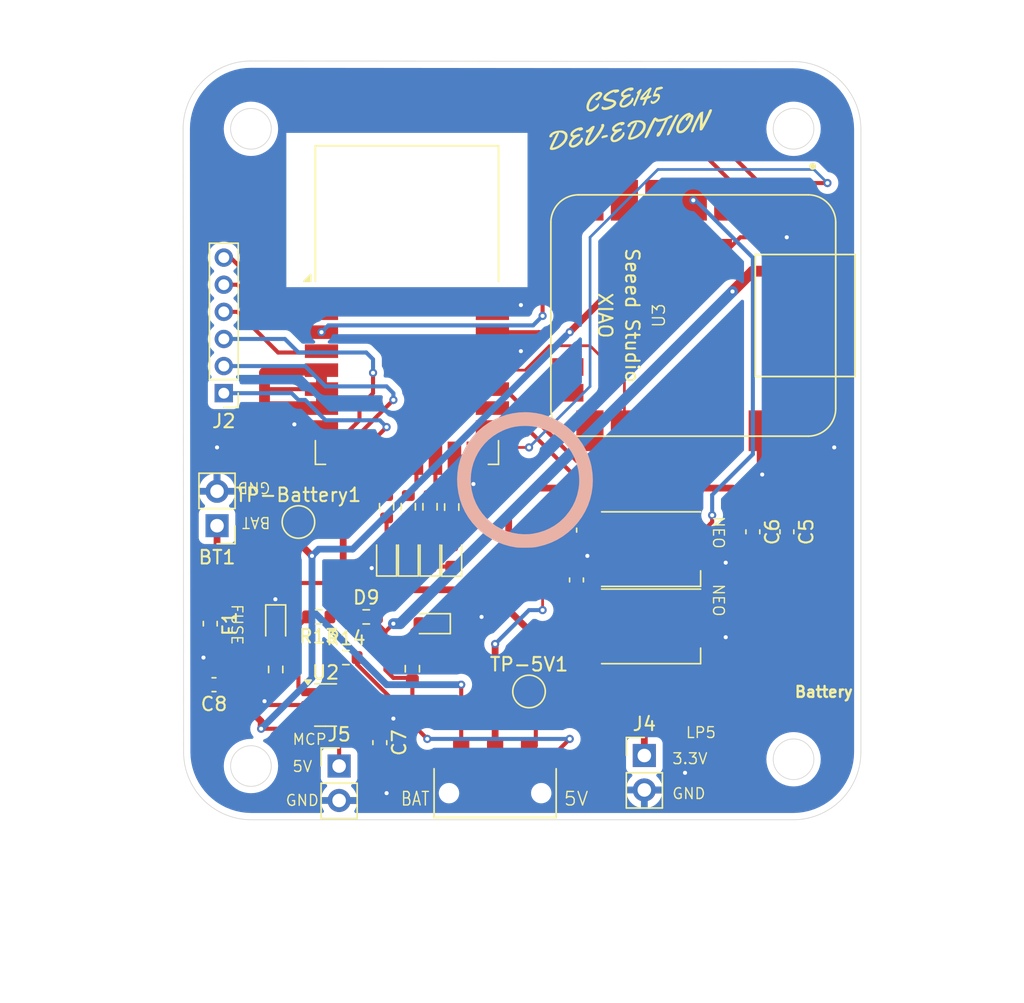
<source format=kicad_pcb>
(kicad_pcb (version 20240108) (generator "pcbnew") (generator_version "8.0")
  (layers (0 "F.Cu" signal) (31 "B.Cu" signal) (34 "B.Paste" user) (35 "F.Paste" user) (36 "B.SilkS" user "B.Silkscreen") (37 "F.SilkS" user "F.Silkscreen") (38 "B.Mask" user) (39 "F.Mask" user) (44 "Edge.Cuts" user))
  (net 0 "")
  (net 1 "GND")
  (net 2 "+3.3V")
  (net 3 "+5V")
  (net 4 "Net-(D1-A)")
  (net 5 "Net-(D2-A)")
  (net 6 "Net-(D3-A)")
  (net 7 "Net-(D4-A)")
  (net 8 "Net-(D5-DOUT)")
  (net 9 "/NEOPIXEL")
  (net 11 "Net-(DWM1-GPIO0{slash}RXOKLED)")
  (net 12 "/DWM3000_IRQ")
  (net 13 "/DWM3000_SPIPOL")
  (net 14 "/DWM3000_SPIMISO")
  (net 15 "Net-(DWM1-GPIO1{slash}SFDLED)")
  (net 16 "/DWM3000_EXTON")
  (net 17 "Net-(DWM1-GPIO2{slash}RXLED)")
  (net 18 "/DWM3000_SPIHA")
  (net 19 "/DWM3000_WAKEUP")
  (net 20 "/DWM3000_RSTn")
  (net 21 "/DWM3001_SPIMOSI")
  (net 22 "/DWM3000_SPICS")
  (net 23 "Net-(DWM1-GPIO3{slash}TXLED)")
  (net 24 "/DWM3000_EXTPA")
  (net 25 "/DWM3000_GPIO7")
  (net 26 "/DWM3000_SPICLK")
  (net 36 "Net-(D7-A)")
  (net 37 "Net-(D8-A)")
  (net 38 "+BATT")
  (net 39 "Net-(D9-K)")
  (net 40 "/STAT")
  (net 41 "Net-(U2-PROG)")
  (net 42 "Net-(BT1-+)")
  (net 43 "Voltage Source")
  (footprint "Capacitor_SMD:C_0603_1608Metric" (layer "F.Cu") (at 142 74.725 -90)
    (property "Reference" "C6" (at 0 -1.43 90) (layer "F.SilkS"))
    (property "Value" ".1u")
    (pad "1" smd roundrect (at -0.775 0 270) (size 0.9 0.95) (layers "F.Cu" "F.Paste" "F.Mask") (net 2 "+3.3V"))
    (pad "2" smd roundrect (at 0.775 0 270) (size 0.9 0.95) (layers "F.Cu" "F.Paste" "F.Mask") (net 1 "GND"))
  )
  (footprint "Seeed Studio XIAO Series Library:XIAO-nRF52840-Sense-14P-2.54-21X17.8MM" (layer "F.Cu") (at 137.61 58.77 -90)
    (property "Reference" "U3" (at 0 2.54 90) (layer "F.SilkS") (effects (font (size 0.889 0.889) (thickness 0.1016))))
    (property "Value" "Seeed Studio XIAO SAMD21" (hide yes))
    (fp_text user "XIAO" (at 0 6.5 -90) (layer "F.SilkS"))
    (fp_text user "Seeed Studio" (at 0 4.5 -90) (layer "F.SilkS"))
    (pad "1" smd rect (at -8.5 -7.62 270) (size 3 2) (layers "F.Cu" "F.Paste" "F.Mask") (net 22 "/DWM3000_SPICS"))
    (pad "2" smd rect (at -8.5 -5.08 270) (size 3 2) (layers "F.Cu" "F.Paste" "F.Mask") (net 20 "/DWM3000_RSTn"))
    (pad "3" smd rect (at -8.5 -2.54 270) (size 3 2) (layers "F.Cu" "F.Paste" "F.Mask") (net 12 "/DWM3000_IRQ"))
    (pad "4" smd rect (at -8.5 0 270) (size 3 2) (layers "F.Cu" "F.Paste" "F.Mask") (net 9 "/NEOPIXEL"))
    (pad "5" smd rect (at -8.5 2.54 270) (size 3 2) (layers "F.Cu" "F.Paste" "F.Mask"))
    (pad "6" smd rect (at -8.5 5.08 90) (size 3 2) (layers "F.Cu" "F.Paste" "F.Mask"))
    (pad "7" smd rect (at -8.5 7.62 270) (size 3 2) (layers "F.Cu" "F.Paste" "F.Mask"))
    (pad "8" smd rect (at 8.5 7.62 270) (size 3 2) (layers "F.Cu" "F.Paste" "F.Mask"))
    (pad "9" smd rect (at 8.5 5.08 270) (size 3 2) (layers "F.Cu" "F.Paste" "F.Mask") (net 26 "/DWM3000_SPICLK"))
    (pad "10" smd rect (at 8.5 2.54 270) (size 3 2) (layers "F.Cu" "F.Paste" "F.Mask") (net 14 "/DWM3000_SPIMISO"))
    (pad "11" smd rect (at 8.5 0 270) (size 3 2) (layers "F.Cu" "F.Paste" "F.Mask") (net 21 "/DWM3001_SPIMOSI"))
    (pad "12" smd rect (at 8.5 -2.54 270) (size 3 2) (layers "F.Cu" "F.Paste" "F.Mask") (net 2 "+3.3V"))
    (pad "13" smd rect (at 8.5 -5.08 270) (size 3 2) (layers "F.Cu" "F.Paste" "F.Mask") (net 1 "GND"))
    (pad "14" smd rect (at 8.5 -7.62 270) (size 3 2) (layers "F.Cu" "F.Paste" "F.Mask"))
    (pad "15" smd circle (at -1.27 -8.39) (size 1.5 1.5) (layers "F.Cu" "F.Paste" "F.Mask") (net 3 "+5V"))
    (pad "16" smd circle (at 1.27 -8.39) (size 1.5 1.5) (layers "F.Cu" "F.Paste" "F.Mask") (net 1 "GND"))
    (pad "17" smd circle (at -1.27 -5.85) (size 1.5 1.5) (layers "F.Cu" "F.Paste" "F.Mask"))
    (pad "18" smd circle (at 1.27 -5.85) (size 1.5 1.5) (layers "F.Cu" "F.Paste" "F.Mask"))
    (pad "19" smd rect (at 3.8 9.25) (size 2.3 1.3) (layers "F.Cu" "F.Paste" "F.Mask"))
    (pad "20" smd rect (at 5.7 9.25) (size 2.3 1.3) (layers "F.Cu" "F.Paste" "F.Mask"))
    (pad "21" smd rect (at -4.5 -2.2 90) (size 2.3 1.3) (layers "F.Cu" "F.Paste" "F.Mask") (net 1 "GND"))
    (pad "22" smd rect (at -4.5 -0.3 90) (size 2.3 1.3) (layers "F.Cu" "F.Paste" "F.Mask") (net 38 "+BATT"))
  )
  (footprint "LED_SMD:LED_SK6812_PLCC4_5.0x5.0mm_P3.2mm" (layer "F.Cu") (at 134.5 76)
    (property "Reference" "D5" (hide yes))
    (property "Value" "SK6812")
    (pad "1" smd rect (at 2.45 1.6) (size 1.5 1) (layers "F.Cu" "F.Paste" "F.Mask") (net 1 "GND"))
    (pad "2" smd rect (at 2.45 -1.6) (size 1.5 1) (layers "F.Cu" "F.Paste" "F.Mask") (net 9 "/NEOPIXEL"))
    (pad "3" smd rect (at -2.45 -1.6) (size 1.5 1) (layers "F.Cu" "F.Paste" "F.Mask") (net 43 "Voltage Source"))
    (pad "4" smd rect (at -2.45 1.6) (size 1.5 1) (layers "F.Cu" "F.Paste" "F.Mask") (net 8 "Net-(D5-DOUT)"))
  )
  (footprint "Fiducial:Fiducial_1mm_Mask2mm" (layer "F.Cu") (at 141 43)
    (property "Reference" "FID2" (hide yes))
    (property "Value" "Fiducial")
    (pad "" smd circle (at 0 0) (size 1 1) (layers "F.Cu" "F.Mask") (clearance 0.5))
  )
  (footprint "LED_SMD:LED_SK6812_PLCC4_5.0x5.0mm_P3.2mm" (layer "F.Cu") (at 134.5 81.7)
    (property "Reference" "D6" (hide yes))
    (property "Value" "SK6812")
    (pad "1" smd rect (at 2.45 1.6) (size 1.5 1) (layers "F.Cu" "F.Paste" "F.Mask") (net 1 "GND"))
    (pad "2" smd rect (at 2.45 -1.6) (size 1.5 1) (layers "F.Cu" "F.Paste" "F.Mask") (net 8 "Net-(D5-DOUT)"))
    (pad "3" smd rect (at -2.45 -1.6) (size 1.5 1) (layers "F.Cu" "F.Paste" "F.Mask") (net 43 "Voltage Source"))
    (pad "4" smd rect (at -2.45 1.6) (size 1.5 1) (layers "F.Cu" "F.Paste" "F.Mask"))
  )
  (footprint "Resistor_SMD:R_0603_1608Metric" (layer "F.Cu") (at 115 72.875 -90)
    (property "Reference" "R7" (hide yes))
    (property "Value" "470")
    (pad "1" smd roundrect (at -0.825 0 270) (size 0.8 0.95) (layers "F.Cu" "F.Paste" "F.Mask") (net 23 "Net-(DWM1-GPIO3{slash}TXLED)"))
    (pad "2" smd roundrect (at 0.825 0 270) (size 0.8 0.95) (layers "F.Cu" "F.Paste" "F.Mask") (net 7 "Net-(D4-A)"))
  )
  (footprint "Resistor_SMD:R_0603_1608Metric" (layer "F.Cu") (at 116.9 84.825 90)
    (property "Reference" "R11" (hide yes))
    (property "Value" "470")
    (pad "1" smd roundrect (at -0.825 0 90) (size 0.8 0.95) (layers "F.Cu" "F.Paste" "F.Mask") (net 3 "+5V"))
    (pad "2" smd roundrect (at 0.825 0 90) (size 0.8 0.95) (layers "F.Cu" "F.Paste" "F.Mask") (net 36 "Net-(D7-A)"))
  )
  (footprint "opentags_library:SW_JS102011SAQN" (layer "F.Cu") (at 123 94)
    (property "Reference" "SW1" (hide yes))
    (property "Value" "SW_SPST")
    (pad "" np_thru_hole circle (at -3.4 0) (size 1 1) (drill 1) (layers "*.Cu" "*.Mask"))
    (pad "" np_thru_hole circle (at 3.4 0) (size 1 1) (drill 1) (layers "*.Cu" "*.Mask"))
    (pad "1" smd rect (at -2.5 -2.75) (size 1.2 2.5) (layers "F.Cu" "F.Paste" "F.Mask") (net 38 "+BATT"))
    (pad "2" smd rect (at 0 -2.75) (size 1.2 2.5) (layers "F.Cu" "F.Paste" "F.Mask") (net 43 "Voltage Source"))
    (pad "3" smd rect (at 2.5 -2.75) (size 1.2 2.5) (layers "F.Cu" "F.Paste" "F.Mask") (net 3 "+5V"))
  )
  (footprint "Resistor_SMD:R_0603_1608Metric" (layer "F.Cu") (at 110 81 180)
    (property "Reference" "R13" (at 0 -1.43 180) (layer "F.SilkS"))
    (property "Value" "470")
    (pad "1" smd roundrect (at -0.825 0 180) (size 0.8 0.95) (layers "F.Cu" "F.Paste" "F.Mask") (net 39 "Net-(D9-K)"))
    (pad "2" smd roundrect (at 0.825 0 180) (size 0.8 0.95) (layers "F.Cu" "F.Paste" "F.Mask") (net 40 "/STAT"))
  )
  (footprint "Connector_PinHeader_2.54mm:PinHeader_1x02_P2.54mm_Vertical" (layer "F.Cu") (at 134 91.225)
    (property "Reference" "J4" (at 0 -2.33 0) (layer "F.SilkS"))
    (property "Value" "Conn_01x02_Socket")
    (pad "1" thru_hole rect (at 0 0) (size 1.7 1.7) (drill 1) (layers "*.Cu" "*.Mask") (net 2 "+3.3V"))
    (pad "2" thru_hole oval (at 0 2.54) (size 1.7 1.7) (drill 1) (layers "*.Cu" "*.Mask") (net 1 "GND"))
  )
  (footprint "Connector_PinHeader_2.00mm:PinHeader_1x06_P2.00mm_Vertical" (layer "F.Cu") (at 103 64.5 180)
    (property "Reference" "J2" (at 0 -2.06 180) (layer "F.SilkS"))
    (property "Value" "Conn_01x06_Socket")
    (pad "1" thru_hole rect (at 0 0 180) (size 1.35 1.35) (drill 0.8) (layers "*.Cu" "*.Mask") (net 24 "/DWM3000_EXTPA"))
    (pad "2" thru_hole oval (at 0 2 180) (size 1.35 1.35) (drill 0.8) (layers "*.Cu" "*.Mask") (net 13 "/DWM3000_SPIPOL"))
    (pad "3" thru_hole oval (at 0 4 180) (size 1.35 1.35) (drill 0.8) (layers "*.Cu" "*.Mask") (net 18 "/DWM3000_SPIHA"))
    (pad "4" thru_hole oval (at 0 6 180) (size 1.35 1.35) (drill 0.8) (layers "*.Cu" "*.Mask") (net 25 "/DWM3000_GPIO7"))
    (pad "5" thru_hole oval (at 0 8 180) (size 1.35 1.35) (drill 0.8) (layers "*.Cu" "*.Mask") (net 19 "/DWM3000_WAKEUP"))
    (pad "6" thru_hole oval (at 0 10 180) (size 1.35 1.35) (drill 0.8) (layers "*.Cu" "*.Mask") (net 16 "/DWM3000_EXTON"))
  )
  (footprint "Resistor_SMD:R_0603_1608Metric" (layer "F.Cu") (at 116.6 72.875 -90)
    (property "Reference" "R6" (hide yes))
    (property "Value" "470")
    (pad "1" smd roundrect (at -0.825 0 270) (size 0.8 0.95) (layers "F.Cu" "F.Paste" "F.Mask") (net 17 "Net-(DWM1-GPIO2{slash}RXLED)"))
    (pad "2" smd roundrect (at 0.825 0 270) (size 0.8 0.95) (layers "F.Cu" "F.Paste" "F.Mask") (net 6 "Net-(D3-A)"))
  )
  (footprint "LOGO" (layer "F.Cu") (at 125.2 70.9)
    (property "Reference" "G***" (hide yes))
    (property "Value" "LOGO" (hide yes))
  )
  (footprint "LED_SMD:LED_0603_1608Metric" (layer "F.Cu") (at 119.8 76.5125 90)
    (property "Reference" "D1" (hide yes))
    (property "Value" "LED")
    (pad "1" smd roundrect (at -0.7875 0 90) (size 0.875 0.95) (layers "F.Cu" "F.Paste" "F.Mask") (net 1 "GND"))
    (pad "2" smd roundrect (at 0.7875 0 90) (size 0.875 0.95) (layers "F.Cu" "F.Paste" "F.Mask") (net 4 "Net-(D1-A)"))
  )
  (footprint "Capacitor_SMD:C_0603_1608Metric" (layer "F.Cu") (at 102.275 86 180)
    (property "Reference" "C8" (at 0 -1.43 180) (layer "F.SilkS"))
    (property "Value" "4.7u")
    (pad "1" smd roundrect (at -0.775 0 180) (size 0.9 0.95) (layers "F.Cu" "F.Paste" "F.Mask") (net 38 "+BATT"))
    (pad "2" smd roundrect (at 0.775 0 180) (size 0.9 0.95) (layers "F.Cu" "F.Paste" "F.Mask") (net 1 "GND"))
  )
  (footprint "Connector_PinHeader_2.54mm:PinHeader_1x02_P2.54mm_Vertical" (layer "F.Cu") (at 111.5 92)
    (property "Reference" "J5" (at 0 -2.33 0) (layer "F.SilkS"))
    (property "Value" "Conn_01x02_Socket")
    (pad "1" thru_hole rect (at 0 0) (size 1.7 1.7) (drill 1) (layers "*.Cu" "*.Mask") (net 3 "+5V"))
    (pad "2" thru_hole oval (at 0 2.54) (size 1.7 1.7) (drill 1) (layers "*.Cu" "*.Mask") (net 1 "GND"))
  )
  (footprint "LED_SMD:LED_0603_1608Metric" (layer "F.Cu") (at 115 76.5 90)
    (property "Reference" "D4" (hide yes))
    (property "Value" "LED")
    (pad "1" smd roundrect (at -0.7875 0 90) (size 0.875 0.95) (layers "F.Cu" "F.Paste" "F.Mask") (net 1 "GND"))
    (pad "2" smd roundrect (at 0.7875 0 90) (size 0.875 0.95) (layers "F.Cu" "F.Paste" "F.Mask") (net 7 "Net-(D4-A)"))
  )
  (footprint "Resistor_SMD:R_0603_1608Metric" (layer "F.Cu") (at 106.825 84.875 90)
    (property "Reference" "R12" (hide yes))
    (property "Value" "470")
    (pad "1" smd roundrect (at -0.825 0 90) (size 0.8 0.95) (layers "F.Cu" "F.Paste" "F.Mask") (net 2 "+3.3V"))
    (pad "2" smd roundrect (at 0.825 0 90) (size 0.8 0.95) (layers "F.Cu" "F.Paste" "F.Mask") (net 37 "Net-(D8-A)"))
  )
  (footprint "LED_SMD:LED_0603_1608Metric" (layer "F.Cu") (at 116.6 76.5 90)
    (property "Reference" "D3" (hide yes))
    (property "Value" "LED")
    (pad "1" smd roundrect (at -0.7875 0 90) (size 0.875 0.95) (layers "F.Cu" "F.Paste" "F.Mask") (net 1 "GND"))
    (pad "2" smd roundrect (at 0.7875 0 90) (size 0.875 0.95) (layers "F.Cu" "F.Paste" "F.Mask") (net 6 "Net-(D3-A)"))
  )
  (footprint "Capacitor_SMD:C_0603_1608Metric" (layer "F.Cu") (at 144.51 74.725 -90)
    (property "Reference" "C5" (at 0 -1.43 90) (layer "F.SilkS"))
    (property "Value" "10u")
    (pad "1" smd roundrect (at -0.775 0 270) (size 0.9 0.95) (layers "F.Cu" "F.Paste" "F.Mask") (net 2 "+3.3V"))
    (pad "2" smd roundrect (at 0.775 0 270) (size 0.9 0.95) (layers "F.Cu" "F.Paste" "F.Mask") (net 1 "GND"))
  )
  (footprint "Capacitor_SMD:C_0603_1608Metric" (layer "F.Cu") (at 129 78.275 -90)
    (property "Reference" "C4" (hide yes))
    (property "Value" "1u")
    (pad "1" smd roundrect (at -0.775 0 270) (size 0.9 0.95) (layers "F.Cu" "F.Paste" "F.Mask") (net 1 "GND"))
    (pad "2" smd roundrect (at 0.775 0 270) (size 0.9 0.95) (layers "F.Cu" "F.Paste" "F.Mask") (net 43 "Voltage Source"))
  )
  (footprint "TestPoint:TestPoint_Pad_D2.0mm" (layer "F.Cu") (at 125.5 86.5)
    (property "Reference" "TP-5V1" (at 0 -1.998 0) (layer "F.SilkS"))
    (property "Value" "TestPoint")
    (pad "1" smd circle (at 0 0) (size 2 2) (layers "F.Cu" "F.Mask") (net 3 "+5V"))
  )
  (footprint "LED_SMD:LED_0603_1608Metric" (layer "F.Cu") (at 118.2 76.5 90)
    (property "Reference" "D2" (hide yes))
    (property "Value" "LED")
    (pad "1" smd roundrect (at -0.7875 0 90) (size 0.875 0.95) (layers "F.Cu" "F.Paste" "F.Mask") (net 1 "GND"))
    (pad "2" smd roundrect (at 0.7875 0 90) (size 0.875 0.95) (layers "F.Cu" "F.Paste" "F.Mask") (net 5 "Net-(D2-A)"))
  )
  (footprint "Fiducial:Fiducial_1mm_Mask2mm" (layer "F.Cu") (at 102.5 48.5)
    (property "Reference" "FID1" (hide yes))
    (property "Value" "Fiducial")
    (pad "" smd circle (at 0 0) (size 1 1) (layers "F.Cu" "F.Mask") (clearance 0.5))
  )
  (footprint "Fuse:Fuse_0603_1608Metric" (layer "F.Cu") (at 102 81.5 -90)
    (property "Reference" "F1" (at 0 -1.43 90) (layer "F.SilkS"))
    (property "Value" "1 Amp Fuse")
    (pad "1" smd roundrect (at -0.7875 0 270) (size 0.875 0.95) (layers "F.Cu" "F.Paste" "F.Mask") (net 42 "Net-(BT1-+)"))
    (pad "2" smd roundrect (at 0.7875 0 270) (size 0.875 0.95) (layers "F.Cu" "F.Paste" "F.Mask") (net 38 "+BATT"))
  )
  (footprint "TestPoint:TestPoint_Pad_D2.0mm" (layer "F.Cu") (at 108.5 74)
    (property "Reference" "TP-Battery1" (at 0 -1.998 0) (layer "F.SilkS"))
    (property "Value" "TestPoint")
    (pad "1" smd circle (at 0 0) (size 2 2) (layers "F.Cu" "F.Mask") (net 38 "+BATT"))
  )
  (footprint "RF_Module:DWM1000" (layer "F.Cu") (at 116.5 58)
    (property "Reference" "DWM1" (hide yes))
    (property "Value" "DWM3000")
    (pad "1" smd rect (at -6.3 -0.7988 90) (size 1 2.45) (layers "F.Cu" "F.Paste" "F.Mask") (net 16 "/DWM3000_EXTON"))
    (pad "2" smd rect (at -6.3 0.6012 90) (size 1 2.45) (layers "F.Cu" "F.Paste" "F.Mask") (net 19 "/DWM3000_WAKEUP"))
    (pad "3" smd rect (at -6.3 2.0012 90) (size 1 2.45) (layers "F.Cu" "F.Paste" "F.Mask") (net 20 "/DWM3000_RSTn"))
    (pad "4" smd rect (at -6.3 3.4012 90) (size 1 2.45) (layers "F.Cu" "F.Paste" "F.Mask") (net 25 "/DWM3000_GPIO7"))
    (pad "5" smd rect (at -6.3 4.8012 90) (size 1 2.45) (layers "F.Cu" "F.Paste" "F.Mask") (net 2 "+3.3V"))
    (pad "6" smd rect (at -6.3 6.2012 90) (size 1 2.45) (layers "F.Cu" "F.Paste" "F.Mask") (net 2 "+3.3V"))
    (pad "7" smd rect (at -6.3 7.6012 90) (size 1 2.45) (layers "F.Cu" "F.Paste" "F.Mask") (net 2 "+3.3V"))
    (pad "8" smd rect (at -6.3 9.0012 90) (size 1 2.45) (layers "F.Cu" "F.Paste" "F.Mask") (net 1 "GND"))
    (pad "9" smd rect (at -4.9 11.2962) (size 1 2.45) (layers "F.Cu" "F.Paste" "F.Mask") (net 18 "/DWM3000_SPIHA"))
    (pad "10" smd rect (at -3.5 11.2962) (size 1 2.45) (layers "F.Cu" "F.Paste" "F.Mask") (net 13 "/DWM3000_SPIPOL"))
    (pad "11" smd rect (at -2.1 11.2962) (size 1 2.45) (layers "F.Cu" "F.Paste" "F.Mask") (net 24 "/DWM3000_EXTPA"))
    (pad "12" smd rect (at -0.7 11.2962) (size 1 2.45) (layers "F.Cu" "F.Paste" "F.Mask") (net 23 "Net-(DWM1-GPIO3{slash}TXLED)"))
    (pad "13" smd rect (at 0.7 11.2962) (size 1 2.45) (layers "F.Cu" "F.Paste" "F.Mask") (net 17 "Net-(DWM1-GPIO2{slash}RXLED)"))
    (pad "14" smd rect (at 2.1 11.2962) (size 1 2.45) (layers "F.Cu" "F.Paste" "F.Mask") (net 15 "Net-(DWM1-GPIO1{slash}SFDLED)"))
    (pad "15" smd rect (at 3.5 11.2962) (size 1 2.45) (layers "F.Cu" "F.Paste" "F.Mask") (net 11 "Net-(DWM1-GPIO0{slash}RXOKLED)"))
    (pad "16" smd rect (at 4.9 11.2962) (size 1 2.45) (layers "F.Cu" "F.Paste" "F.Mask") (net 1 "GND"))
    (pad "17" smd rect (at 6.3 9 90) (size 1 2.45) (layers "F.Cu" "F.Paste" "F.Mask") (net 22 "/DWM3000_SPICS"))
    (pad "18" smd rect (at 6.3 7.6 90) (size 1 2.45) (layers "F.Cu" "F.Paste" "F.Mask") (net 21 "/DWM3001_SPIMOSI"))
    (pad "19" smd rect (at 6.3 6.2012 90) (size 1 2.45) (layers "F.Cu" "F.Paste" "F.Mask") (net 14 "/DWM3000_SPIMISO"))
    (pad "20" smd rect (at 6.3 4.8012 90) (size 1 2.45) (layers "F.Cu" "F.Paste" "F.Mask") (net 26 "/DWM3000_SPICLK"))
    (pad "21" smd rect (at 6.3 3.4012 90) (size 1 2.45) (layers "F.Cu" "F.Paste" "F.Mask") (net 1 "GND"))
    (pad "22" smd rect (at 6.3 2.0012 90) (size 1 2.45) (layers "F.Cu" "F.Paste" "F.Mask") (net 12 "/DWM3000_IRQ"))
    (pad "23" smd rect (at 6.3 0.6012 90) (size 1 2.45) (layers "F.Cu" "F.Paste" "F.Mask") (net 1 "GND"))
    (pad "24" smd rect (at 6.3 -0.7988 90) (size 1 2.45) (layers "F.Cu" "F.Paste" "F.Mask") (net 1 "GND"))
    (zone (net 0) (net_name "") (layers "*.Cu") (connect_pads (clearance 0)) (min_thickness 0.254)
      (keepout (tracks not_allowed) (vias not_allowed) (pads not_allowed) (copperpour not_allowed) (footprints not_allowed))
      (fill (thermal_gap 0.508) (thermal_bridge_width 0.508))
      (polygon (pts (xy 107.61 56.68) (xy 125.39 56.68) (xy 125.39 45.3) (xy 107.61 45.3)))
    )
  )
  (footprint "Fiducial:Fiducial_1mm_Mask2mm" (layer "F.Cu") (at 102 89)
    (property "Reference" "FID3" (hide yes))
    (property "Value" "Fiducial")
    (pad "" smd circle (at 0 0) (size 1 1) (layers "F.Cu" "F.Mask") (clearance 0.5))
  )
  (footprint "LOGO" (layer "F.Cu") (at 132.5 44)
    (property "Reference" "G***" (hide yes))
    (property "Value" "LOGO" (hide yes))
  )
  (footprint "Capacitor_SMD:C_0603_1608Metric" (layer "F.Cu") (at 114.5 90.275 -90)
    (property "Reference" "C7" (at 0 -1.43 90) (layer "F.SilkS"))
    (property "Value" "4.7u")
    (pad "1" smd roundrect (at -0.775 0 270) (size 0.9 0.95) (layers "F.Cu" "F.Paste" "F.Mask") (net 3 "+5V"))
    (pad "2" smd roundrect (at 0.775 0 270) (size 0.9 0.95) (layers "F.Cu" "F.Paste" "F.Mask") (net 1 "GND"))
  )
  (footprint "Resistor_SMD:R_0603_1608Metric" (layer "F.Cu") (at 118.2 72.875 -90)
    (property "Reference" "R5" (hide yes))
    (property "Value" "470")
    (pad "1" smd roundrect (at -0.825 0 270) (size 0.8 0.95) (layers "F.Cu" "F.Paste" "F.Mask") (net 15 "Net-(DWM1-GPIO1{slash}SFDLED)"))
    (pad "2" smd roundrect (at 0.825 0 270) (size 0.8 0.95) (layers "F.Cu" "F.Paste" "F.Mask") (net 5 "Net-(D2-A)"))
  )
  (footprint "LED_SMD:LED_0603_1608Metric" (layer "F.Cu") (at 106.825 81.6 -90)
    (property "Reference" "D8" (hide yes))
    (property "Value" "LED")
    (pad "1" smd roundrect (at -0.7875 0 270) (size 0.875 0.95) (layers "F.Cu" "F.Paste" "F.Mask") (net 1 "GND"))
    (pad "2" smd roundrect (at 0.7875 0 270) (size 0.875 0.95) (layers "F.Cu" "F.Paste" "F.Mask") (net 37 "Net-(D8-A)"))
  )
  (footprint "Package_TO_SOT_SMD:SOT-23-5" (layer "F.Cu") (at 110.5 87.5)
    (property "Reference" "U2" (at 0 -2.4 0) (layer "F.SilkS"))
    (property "Value" "MCP73831-5-OT")
    (pad "1" smd roundrect (at -1.1375 -0.95) (size 1.325 0.6) (layers "F.Cu" "F.Paste" "F.Mask") (net 40 "/STAT"))
    (pad "2" smd roundrect (at -1.1375 0) (size 1.325 0.6) (layers "F.Cu" "F.Paste" "F.Mask") (net 1 "GND"))
    (pad "3" smd roundrect (at -1.1375 0.95) (size 1.325 0.6) (layers "F.Cu" "F.Paste" "F.Mask") (net 38 "+BATT"))
    (pad "4" smd roundrect (at 1.1375 0.95) (size 1.325 0.6) (layers "F.Cu" "F.Paste" "F.Mask") (net 3 "+5V"))
    (pad "5" smd roundrect (at 1.1375 -0.95) (size 1.325 0.6) (layers "F.Cu" "F.Paste" "F.Mask") (net 41 "Net-(U2-PROG)"))
  )
  (footprint "Connector_PinHeader_2.54mm:PinHeader_1x02_P2.54mm_Vertical" (layer "F.Cu") (at 102.5 74.275 180)
    (property "Reference" "BT1" (at 0 -2.33 180) (layer "F.SilkS"))
    (property "Value" "Battery_Cell")
    (pad "1" thru_hole rect (at 0 0 180) (size 1.7 1.7) (drill 1) (layers "*.Cu" "*.Mask") (net 42 "Net-(BT1-+)"))
    (pad "2" thru_hole oval (at 0 2.54 180) (size 1.7 1.7) (drill 1) (layers "*.Cu" "*.Mask") (net 1 "GND"))
  )
  (footprint "LED_SMD:LED_0603_1608Metric" (layer "F.Cu") (at 118.2125 81.5 180)
    (property "Reference" "D7" (hide yes))
    (property "Value" "LED")
    (pad "1" smd roundrect (at -0.7875 0 180) (size 0.875 0.95) (layers "F.Cu" "F.Paste" "F.Mask") (net 1 "GND"))
    (pad "2" smd roundrect (at 0.7875 0 180) (size 0.875 0.95) (layers "F.Cu" "F.Paste" "F.Mask") (net 36 "Net-(D7-A)"))
  )
  (footprint "Fiducial:Fiducial_1mm_Mask2mm" (layer "F.Cu") (at 147.5 89)
    (property "Reference" "FID4" (hide yes))
    (property "Value" "Fiducial")
    (pad "" smd circle (at 0 0) (size 1 1) (layers "F.Cu" "F.Mask") (clearance 0.5))
  )
  (footprint "Resistor_SMD:R_0603_1608Metric" (layer "F.Cu") (at 119.8 72.9 -90)
    (property "Reference" "R4" (hide yes))
    (property "Value" "470")
    (pad "1" smd roundrect (at -0.825 0 270) (size 0.8 0.95) (layers "F.Cu" "F.Paste" "F.Mask") (net 11 "Net-(DWM1-GPIO0{slash}RXOKLED)"))
    (pad "2" smd roundrect (at 0.825 0 270) (size 0.8 0.95) (layers "F.Cu" "F.Paste" "F.Mask") (net 4 "Net-(D1-A)"))
  )
  (footprint "Capacitor_SMD:C_0603_1608Metric" (layer "F.Cu") (at 128.5 74.6 90)
    (property "Reference" "C3" (hide yes))
    (property "Value" "1u")
    (pad "1" smd roundrect (at -0.775 0 90) (size 0.9 0.95) (layers "F.Cu" "F.Paste" "F.Mask") (net 1 "GND"))
    (pad "2" smd roundrect (at 0.775 0 90) (size 0.9 0.95) (layers "F.Cu" "F.Paste" "F.Mask") (net 43 "Voltage Source"))
  )
  (footprint "Resistor_SMD:R_0603_1608Metric" (layer "F.Cu") (at 112 84)
    (property "Reference" "R14" (at 0 -1.43 0) (layer "F.SilkS"))
    (property "Value" "2.5k")
    (pad "1" smd roundrect (at -0.825 0) (size 0.8 0.95) (layers "F.Cu" "F.Paste" "F.Mask") (net 41 "Net-(U2-PROG)"))
    (pad "2" smd roundrect (at 0.825 0) (size 0.8 0.95) (layers "F.Cu" "F.Paste" "F.Mask") (net 1 "GND"))
  )
  (footprint "Resistor_SMD:R_0603_1608Metric" (layer "F.Cu") (at 113.5 81)
    (property "Reference" "D9" (at 0 -1.43 0) (layer "F.SilkS"))
    (property "Value" "LED")
    (pad "1" smd roundrect (at -0.825 0) (size 0.8 0.95) (layers "F.Cu" "F.Paste" "F.Mask") (net 39 "Net-(D9-K)"))
    (pad "2" smd roundrect (at 0.825 0) (size 0.8 0.95) (layers "F.Cu" "F.Paste" "F.Mask") (net 3 "+5V"))
  )
  (gr_line (start 144.964466 95.964456) (end 105.035544 95.964456) (stroke (width 0.05)) (layer "Edge.Cuts"))
  (gr_line (start 149.964466 45.035534) (end 149.964466 90.964456) (stroke (width 0.05)) (layer "Edge.Cuts"))
  (gr_line (start 105 40) (end 144.964466 40.035534) (stroke (width 0.05)) (layer "Edge.Cuts"))
  (gr_circle (center 145 91.5) (end 145 93) (stroke (width 0.05)) (fill none) (layer "Edge.Cuts"))
  (gr_circle (center 105 45) (end 105 43.5) (stroke (width 0.05)) (fill none) (layer "Edge.Cuts"))
  (gr_circle (center 105 92) (end 105 93.5) (stroke (width 0.05)) (fill none) (layer "Edge.Cuts"))
  (gr_arc (start 105.035544 95.964456) (mid 101.5 94.5) (end 100.035544 90.964456) (stroke (width 0.05)) (layer "Edge.Cuts"))
  (gr_arc (start 149.964466 90.964456) (mid 148.50001 94.5) (end 144.964466 95.964456) (stroke (width 0.05)) (layer "Edge.Cuts"))
  (gr_arc (start 100 45) (mid 101.464466 41.464466) (end 105 40) (stroke (width 0.05)) (layer "Edge.Cuts"))
  (gr_circle (center 145 45) (end 145 43.5) (stroke (width 0.05)) (fill none) (layer "Edge.Cuts"))
  (gr_line (start 100 45) (end 100.035544 90.964456) (stroke (width 0.05)) (layer "Edge.Cuts"))
  (gr_arc (start 144.964466 40.035534) (mid 148.50001 41.49999) (end 149.964466 45.035534) (stroke (width 0.05)) (layer "Edge.Cuts"))
  (gr_text "NEO" (at 139 78.5 270) (layer "F.SilkS") (effects (font (size 0.8 0.8) (thickness 0.1) (bold yes)) (justify left bottom)))
  (gr_text "Battery" (at 145 87 0) (layer "F.SilkS") (effects (font (size 0.8 0.8) (thickness 0.175) (bold yes)) (justify left bottom)))
  (gr_text "3.3V\n\nGND" (at 136 94.5 0) (layer "F.SilkS") (effects (font (size 0.8 0.8) (thickness 0.1) (bold yes)) (justify left bottom)))
  (gr_text "LP5" (at 137 90 0) (layer "F.SilkS") (effects (font (size 0.8 0.8) (thickness 0.1) (bold yes)) (justify left bottom)))
  (gr_text "BAT" (at 116 95 0) (layer "F.SilkS") (effects (font (size 1 0.8) (thickness 0.1)) (justify left bottom)))
  (gr_text "5V" (at 128 95 0) (layer "F.SilkS") (effects (font (size 1 1) (thickness 0.1)) (justify left bottom)))
  (gr_text "NEO" (at 139 73.5 270) (layer "F.SilkS") (effects (font (size 0.8 0.8) (thickness 0.1) (bold yes)) (justify left bottom)))
  (gr_text "FUSE\n" (at 103.5 80 270) (layer "F.SilkS") (effects (font (size 0.8 0.8) (thickness 0.1) (bold yes)) (justify left bottom)))
  (gr_text "5V" (at 108 92.5 0) (layer "F.SilkS") (effects (font (size 0.8 0.8) (thickness 0.1) (bold yes)) (justify left bottom)))
  (gr_text "GND\n" (at 107.5 95 0) (layer "F.SilkS") (effects (font (size 0.8 0.8) (thickness 0.1) (bold yes)) (justify left bottom)))
  (gr_text "BAT\n\nGND" (at 106.5 71 180) (layer "F.SilkS") (effects (font (size 0.8 0.8) (thickness 0.1)) (justify left bottom)))
  (gr_text "MCP\n" (at 108 90.5 0) (layer "F.SilkS") (effects (font (size 0.8 0.8) (thickness 0.1) (bold yes)) (justify left bottom)))
  (segment (start 136.95 83.3) (end 139.2 83.3) (width 0.5) (layer "F.Cu") (net 1))
  (segment (start 140 77) (end 139.4 77.6) (width 0.5) (layer "F.Cu") (net 1))
  (segment (start 147.5 61.54) (end 147.5 68) (width 0.3) (layer "F.Cu") (net 1))
  (segment (start 108.4012 67.0012) (end 108.2 66.8) (width 0.3) (layer "F.Cu") (net 1))
  (segment (start 115 94) (end 115 91.55) (width 0.3) (layer "F.Cu") (net 1))
  (segment (start 139.4 77.6) (end 136.95 77.6) (width 0.5) (layer "F.Cu") (net 1))
  (segment (start 122.8 57.2012) (end 124.1012 57.2012) (width 0.3) (layer "F.Cu") (net 1))
  (segment (start 117.3 77.2875) (end 119.7875 77.2875) (width 0.3) (layer "F.Cu") (net 1))
  (segment (start 121.5 81.5) (end 119 81.5) (width 0.3) (layer "F.Cu") (net 1))
  (segment (start 122 81) (end 121.5 81.5) (width 0.3) (layer "F.Cu") (net 1))
  (segment (start 128.8 75.5) (end 129.8 76.5) (width 0.3) (layer "F.Cu") (net 1))
  (segment (start 115 91.55) (end 114.5 91.05) (width 0.3) (layer "F.Cu") (net 1))
  (segment (start 139.81 54.27) (end 141.08 53) (width 0.3) (layer "F.Cu") (net 1))
  (segment (start 135.735 93.765) (end 134 93.765) (width 0.5) (layer "F.Cu") (net 1))
  (segment (start 147.5 68) (end 148 68.5) (width 0.3) (layer "F.Cu") (net 1))
  (segment (start 106.825 79.725) (end 106.8 79.7) (width 0.3) (layer "F.Cu") (net 1))
  (segment (start 115 77.2875) (end 117.3 77.2875) (width 0.3) (layer "F.Cu") (net 1))
  (segment (start 128.5 75.375) (end 128.5 75.5) (width 0.3) (layer "F.Cu") (net 1))
  (segment (start 137 92.5) (end 135.735 93.765) (width 0.5) (layer "F.Cu") (net 1))
  (segment (start 101.5 84) (end 101.5 86) (width 0.3) (layer "F.Cu") (net 1))
  (segment (start 124.8988 61.4012) (end 124.9 61.4) (width 0.5) (layer "F.Cu") (net 1))
  (segment (start 106.825 80.8125) (end 106.825 79.725) (width 0.3) (layer "F.Cu") (net 1))
  (segment (start 142 75.5) (end 140.5 77) (width 0.2) (layer "F.Cu") (net 1))
  (segment (start 114.0125 77.2875) (end 113.9 77.4) (width 0.3) (layer "F.Cu") (net 1))
  (segment (start 128.5 75.5) (end 128.8 75.5) (width 0.3) (layer "F.Cu") (net 1))
  (segment (start 117.3 77.2875) (end 114.0125 77.2875) (width 0.3) (layer "F.Cu") (net 1))
  (segment (start 124.1012 57.2012) (end 124.9 58) (width 0.3) (layer "F.Cu") (net 1))
  (segment (start 144.51 75.5) (end 142 75.5) (width 0.2) (layer "F.Cu") (net 1))
  (segment (start 114.46 94.54) (end 115 94) (width 0.5) (layer "F.Cu") (net 1))
  (segment (start 112.825 84.5) (end 112.825 84) (width 0.3) (layer "F.Cu") (net 1))
  (segment (start 140.5 77) (end 140 77) (width 0.2) (layer "F.Cu") (net 1))
  (segment (start 122.8 58.6012) (end 122.8 57.2012) (width 0.3) (layer "F.Cu") (net 1))
  (segment (start 111.5 94.54) (end 114.46 94.54) (width 0.5) (layer "F.Cu") (net 1))
  (segment (start 121.4 69.2962) (end 121.4 71.2) (width 0.3) (layer "F.Cu") (net 1))
  (segment (start 142.69 70.5) (end 142.69 68.19) (width 0.8) (layer "F.Cu") (net 1))
  (segment (start 129 77.3) (end 129.8 76.5) (width 0.3) (layer "F.Cu") (net 1))
  (segment (start 122.8 61.4012) (end 124.8988 61.4012) (width 0.5) (layer "F.Cu") (net 1))
  (segment (start 115.325 88.325) (end 115.5 88.5) (width 0.3) (layer "F.Cu") (net 1))
  (segment (start 115.325 87) (end 115.325 88.325) (width 0.3) (layer "F.Cu") (net 1))
  (segment (start 110.2 67.0012) (end 108.4012 67.0012) (width 0.3) (layer "F.Cu") (net 1))
  (segment (start 115.325 87) (end 112.825 84.5) (width 0.3) (layer "F.Cu") (net 1))
  (segment (start 146 60.04) (end 147.5 61.54) (width 0.3) (layer "F.Cu") (net 1))
  (segment (start 139.2 83.3) (end 140 82.5) (width 0.5) (layer "F.Cu") (net 1))
  (segment (start 106.280331 87.5) (end 106 87.219669) (width 0.3) (layer "F.Cu") (net 1))
  (segment (start 119.7875 77.2875) (end 119.8 77.3) (width 0.3) (layer "F.Cu") (net 1))
  (segment (start 108.8625 87.5) (end 106.280331 87.5) (width 0.3) (layer "F.Cu") (net 1))
  (segment (start 102.5 71.735) (end 102.5 68.5) (width 0.5) (layer "F.Cu") (net 1))
  (segment (start 129 77.5) (end 129 77.3) (width 0.3) (layer "F.Cu") (net 1))
  (segment (start 141.08 53) (end 144.5 53) (width 0.3) (layer "F.Cu") (net 1))
  (via (at 106.8 79.7) (size 0.6) (drill 0.3) (layers "F.Cu" "B.Cu") (net 1))
  (via (at 102.5 68.5) (size 0.6) (drill 0.3) (layers "F.Cu" "B.Cu") (net 1))
  (via (at 142.69 70.5) (size 0.6) (drill 0.3) (layers "F.Cu" "B.Cu") (net 1))
  (via (at 121.4 71.2) (size 0.6) (drill 0.3) (layers "F.Cu" "B.Cu") (net 1))
  (via (at 115.5 88.5) (size 0.6) (drill 0.3) (layers "F.Cu" "B.Cu") (net 1))
  (via (at 148 68.5) (size 0.6) (drill 0.3) (layers "F.Cu" "B.Cu") (net 1))
  (via (at 129.8 76.5) (size 0.6) (drill 0.3) (layers "F.Cu" "B.Cu") (net 1))
  (via (at 106 87.219669) (size 0.6) (drill 0.3) (layers "F.Cu" "B.Cu") (net 1))
  (via (at 140 82.5) (size 0.6) (drill 0.3) (layers "F.Cu" "B.Cu") (net 1))
  (via (at 140 77) (size 0.6) (drill 0.3) (layers "F.Cu" "B.Cu") (net 1))
  (via (at 113.9 77.4) (size 0.6) (drill 0.3) (layers "F.Cu" "B.Cu") (net 1))
  (via (at 101.5 84) (size 0.6) (drill 0.3) (layers "F.Cu" "B.Cu") (net 1))
  (via (at 108.2 66.8) (size 0.6) (drill 0.3) (layers "F.Cu" "B.Cu") (net 1))
  (via (at 124.9 58) (size 0.6) (drill 0.3) (layers "F.Cu" "B.Cu") (net 1))
  (via (at 144.5 53) (size 0.6) (drill 0.3) (layers "F.Cu" "B.Cu") (net 1))
  (via (at 115 94) (size 0.6) (drill 0.3) (layers "F.Cu" "B.Cu") (net 1))
  (via (at 124.9 61.4) (size 0.6) (drill 0.3) (layers "F.Cu" "B.Cu") (net 1))
  (via (at 137 92.5) (size 0.6) (drill 0.3) (layers "F.Cu" "B.Cu") (net 1))
  (via (at 122 81) (size 0.6) (drill 0.3) (layers "F.Cu" "B.Cu") (net 1))
  (segment (start 134.75 87.95) (end 134.75 88.75) (width 0.5) (layer "F.Cu") (net 2))
  (segment (start 132.8 86) (end 132.9 86.1) (width 0.5) (layer "F.Cu") (net 2))
  (segment (start 123.85 80.35) (end 129.5 86) (width 0.5) (layer "F.Cu") (net 2))
  (segment (start 129.5 86) (end 132.8 86) (width 0.5) (layer "F.Cu") (net 2))
  (segment (start 123.85 75.85) (end 123.85 76.25) (width 0.5) (layer "F.Cu") (net 2))
  (segment (start 123.85 75.85) (end 123.85 80.35) (width 0.5) (layer "F.Cu") (net 2))
  (segment (start 142 73) (end 144 73) (width 0.5) (layer "F.Cu") (net 2))
  (segment (start 106.1988 62.8012) (end 106 63) (width 0.8) (layer "F.Cu") (net 2))
  (segment (start 105 79.5) (end 106 78.5) (width 0.3) (layer "F.Cu") (net 2))
  (segment (start 124 75.7) (end 124 73.675) (width 0.5) (layer "F.Cu") (net 2))
  (segment (start 144.51 73.51) (end 144.51 73.95) (width 0.5) (layer "F.Cu") (net 2))
  (segment (start 132.9 86.1) (end 134.75 87.95) (width 0.5) (layer "F.Cu") (net 2))
  (segment (start 110.2 62.8012) (end 106.1988 62.8012) (width 0.8) (layer "F.Cu") (net 2))
  (segment (start 123.85 75.85) (end 124 75.7) (width 0.5) (layer "F.Cu") (net 2))
  (segment (start 140.15 69.35) (end 140.15 67.27) (width 0.5) (layer "F.Cu") (net 2))
  (segment (start 105 83.875) (end 105 79.5) (width 0.3) (layer "F.Cu") (net 2))
  (segment (start 106.825 85.7) (end 105 83.875) (width 0.3) (layer "F.Cu") (net 2))
  (segment (start 110.0988 65.5) (end 106 65.5) (width 0.8) (layer "F.Cu") (net 2))
  (segment (start 106 64.5) (end 106 65.5) (width 0.8) (layer "F.Cu") (net 2))
  (segment (start 106 65.5) (end 106 66.7) (width 0.8) (layer "F.Cu") (net 2))
  (segment (start 138 71.5) (end 140.5 71.5) (width 0.5) (layer "F.Cu") (net 2))
  (segment (start 144 73) (end 144.51 73.51) (width 0.5) (layer "F.Cu") (net 2))
  (segment (start 110.2 65.6012) (end 110.2 62.8012) (width 0.8) (layer "F.Cu") (net 2))
  (segment (start 124 73.675) (end 126.175 71.5) (width 0.5) (layer "F.Cu") (net 2))
  (segment (start 121.1 79) (end 112.3 79) (width 0.5) (layer "F.Cu") (net 2))
  (segment (start 111.8 72.5) (end 111.8 78.5) (width 0.5) (layer "F.Cu") (net 2))
  (segment (start 106.2988 64.2012) (end 106 64.5) (width 0.3) (layer "F.Cu") (net 2))
  (segment (start 106 78.5) (end 111.8 78.5) (width 0.3) (layer "F.Cu") (net 2))
  (segment (start 123.85 76.25) (end 121.1 79) (width 0.5) (layer "F.Cu") (net 2))
  (segment (start 106 66.7) (end 111.8 72.5) (width 0.8) (layer "F.Cu") (net 2))
  (segment (start 140.5 71.5) (end 142 73) (width 0.5) (layer "F.Cu") (net 2))
  (segment (start 138 71.5) (end 140.15 69.35) (width 0.5) (layer "F.Cu") (net 2))
  (segment (start 110.2 64.2012) (end 106.2988 64.2012) (width 0.3) (layer "F.Cu") (net 2))
  (segment (start 134 89.5) (end 134 90.725) (width 0.5) (layer "F.Cu") (net 2))
  (segment (start 106 63) (end 106 64.5) (width 0.8) (layer "F.Cu") (net 2))
  (segment (start 110.2 65.6012) (end 110.0988 65.5) (width 0.8) (layer "F.Cu") (net 2))
  (segment (start 142 73) (end 142 73.95) (width 0.5) (layer "F.Cu") (net 2))
  (segment (start 126.175 71.5) (end 138 71.5) (width 0.5) (layer "F.Cu") (net 2))
  (segment (start 134.75 88.75) (end 134 89.5) (width 0.5) (layer "F.Cu") (net 2))
  (segment (start 112.3 79) (end 111.8 78.5) (width 0.5) (layer "F.Cu") (net 2))
  (segment (start 116.75 85.5) (end 116.9 85.65) (width 0.2) (layer "F.Cu") (net 3))
  (segment (start 146 56.5) (end 145 55.5) (width 0.8) (layer "F.Cu") (net 3))
  (segment (start 114.9125 84.9125) (end 115.5 85.5) (width 0.3) (layer "F.Cu") (net 3))
  (segment (start 111.5 92) (end 111.5 90.5) (width 0.3) (layer "F.Cu") (net 3))
  (segment (start 125.5 91.25) (end 125.5 91) (width 0.3) (layer "F.Cu") (net 3))
  (segment (start 116 89.5) (end 114.5 89.5) (width 0.3) (layer "F.Cu") (net 3))
  (segment (start 114.9125 82.0875) (end 115.5 81.5) (width 0.3) (layer "F.Cu") (net 3))
  (segment (start 145 55.5) (end 142 55.5) (width 0.8) (layer "F.Cu") (net 3))
  (segment (start 118 90) (end 116.75 88.75) (width 0.3) (layer "F.Cu") (net 3))
  (segment (start 125.5 91.25) (end 127.25 91.25) (width 0.3) (layer "F.Cu") (net 3))
  (segment (start 115.5 85.5) (end 116.75 85.5) (width 0.3) (layer "F.Cu") (net 3))
  (segment (start 111.5 90.5) (end 113 89) (width 0.3) (layer "F.Cu") (net 3))
  (segment (start 114.9125 82.0875) (end 114.9125 84.9125) (width 0.3) (layer "F.Cu") (net 3))
  (segment (start 113 89) (end 113 88.45) (width 0.3) (layer "F.Cu") (net 3))
  (segment (start 126 90.5) (end 126 87) (width 0.3) (layer "F.Cu") (net 3))
  (segment (start 113 88.45) (end 113.45 88.45) (width 0.3) (layer "F.Cu") (net 3))
  (segment (start 146 57.5) (end 146 56.5) (width 0.8) (layer "F.Cu") (net 3))
  (segment (start 142 55.5) (end 140.5 57) (width 0.8) (layer "F.Cu") (net 3))
  (segment (start 126 87) (end 125.5 86.5) (width 0.3) (layer "F.Cu") (net 3))
  (segment (start 111.1375 88.45) (end 113 88.45) (width 0.3) (layer "F.Cu") (net 3))
  (segment (start 127.25 91.25) (end 128.5 90) (width 0.3) (layer "F.Cu") (net 3))
  (segment (start 116.75 88.75) (end 116 89.5) (width 0.3) (layer "F.Cu") (net 3))
  (segment (start 113.45 88.45) (end 114.5 89.5) (width 0.3) (layer "F.Cu") (net 3))
  (segment (start 114.325 81.5) (end 114.9125 82.0875) (width 0.3) (layer "F.Cu") (net 3))
  (segment (start 116.9 88.6) (end 116.75 88.75) (width 0.3) (layer "F.Cu") (net 3))
  (segment (start 125.5 91) (end 126 90.5) (width 0.3) (layer "F.Cu") (net 3))
  (segment (start 116.9 85.65) (end 116.9 88.6) (width 0.3) (layer "F.Cu") (net 3))
  (via (at 140.5 57) (size 0.6) (drill 0.3) (layers "F.Cu" "B.Cu") (net 3))
  (via (at 128.5 90) (size 0.6) (drill 0.3) (layers "F.Cu" "B.Cu") (net 3))
  (via (at 115.5 81.5) (size 0.6) (drill 0.3) (layers "F.Cu" "B.Cu") (net 3))
  (via (at 118 90) (size 0.6) (drill 0.3) (layers "F.Cu" "B.Cu") (net 3))
  (segment (start 118 90) (end 128.5 90) (width 0.3) (layer "B.Cu") (net 3))
  (segment (start 140.5 57) (end 116 81.5) (width 0.8) (layer "B.Cu") (net 3))
  (segment (start 116 81.5) (end 115.5 81.5) (width 0.8) (layer "B.Cu") (net 3))
  (segment (start 119.8 73.725) (end 119.8 75.725) (width 0.3) (layer "F.Cu") (net 4))
  (segment (start 118.2 73.7) (end 118.2 75.7125) (width 0.3) (layer "F.Cu") (net 5))
  (segment (start 116.6 73.7) (end 116.6 75.7125) (width 0.3) (layer "F.Cu") (net 6))
  (segment (start 115 73.7) (end 115 75.7125) (width 0.3) (layer "F.Cu") (net 7))
  (segment (start 136.95 80.1) (end 135.6 80.1) (width 0.5) (layer "F.Cu") (net 8))
  (segment (start 134.5 78) (end 134.1 77.6) (width 0.5) (layer "F.Cu") (net 8))
  (segment (start 135.6 80.1) (end 134.5 79) (width 0.5) (layer "F.Cu") (net 8))
  (segment (start 134.1 77.6) (end 132.05 77.6) (width 0.5) (layer "F.Cu") (net 8))
  (segment (start 134.5 79) (end 134.5 78) (width 0.5) (layer "F.Cu") (net 8))
  (segment (start 137.05 74.5) (end 136.95 74.4) (width 0.3) (layer "F.Cu") (net 9))
  (segment (start 138.5 74.5) (end 137.05 74.5) (width 0.3) (layer "F.Cu") (net 9))
  (segment (start 139 74) (end 138.5 74.5) (width 0.3) (layer "F.Cu") (net 9))
  (segment (start 139 73.5) (end 139 74) (width 0.3) (layer "F.Cu") (net 9))
  (via (at 137.61 50.27) (size 0.6) (drill 0.3) (layers "F.Cu" "B.Cu") (net 9))
  (via (at 139 73.5) (size 0.6) (drill 0.3) (layers "F.Cu" "B.Cu") (net 9))
  (segment (start 139 72) (end 142 69) (width 0.3) (layer "B.Cu") (net 9))
  (segment (start 142 69) (end 142 54.5) (width 0.3) (layer "B.Cu") (net 9))
  (segment (start 142 54.5) (end 137.77 50.27) (width 0.3) (layer "B.Cu") (net 9))
  (segment (start 137.77 50.27) (end 137.61 50.27) (width 0.3) (layer "B.Cu") (net 9))
  (segment (start 139 73.5) (end 139 72) (width 0.3) (layer "B.Cu") (net 9))
  (segment (start 120 69.2962) (end 120 71.875) (width 0.3) (layer "F.Cu") (net 11))
  (segment (start 120 71.875) (end 119.8 72.075) (width 0.3) (layer "F.Cu") (net 11))
  (segment (start 126.218039 60.0012) (end 126.219239 60) (width 0.3) (layer "F.Cu") (net 12))
  (segment (start 130 46.5) (end 138 46.5) (width 0.3) (layer "F.Cu") (net 12))
  (segment (start 128 48.5) (end 130 46.5) (width 0.3) (layer "F.Cu") (net 12))
  (segment (start 122.8 60.0012) (end 126.218039 60.0012) (width 0.3) (layer "F.Cu") (net 12))
  (segment (start 128 59) (end 128 48.5) (width 0.3) (layer "F.Cu") (net 12))
  (segment (start 140.15 48.65) (end 140.15 50.27) (width 0.3) (layer "F.Cu") (net 12))
  (segment (start 127 60) (end 128 59) (width 0.3) (layer "F.Cu") (net 12))
  (segment (start 138 46.5) (end 140.15 48.65) (width 0.3) (layer "F.Cu") (net 12))
  (segment (start 126.219239 60) (end 127 60) (width 0.3) (layer "F.Cu") (net 12))
  (segment (start 113 67.5) (end 113 69.3) (width 0.3) (layer "F.Cu") (net 13))
  (segment (start 115.5 65) (end 113 67.5) (width 0.3) (layer "F.Cu") (net 13))
  (segment (start 113 69.2962) (end 113 69.3) (width 0.3) (layer "F.Cu") (net 13))
  (via (at 115.5 65) (size 0.6) (drill 0.3) (layers "F.Cu" "B.Cu") (net 13))
  (segment (start 110.5 64) (end 109 62.5) (width 0.3) (layer "B.Cu") (net 13))
  (segment (start 115 64) (end 110.5 64) (width 0.3) (layer "B.Cu") (net 13))
  (segment (start 115.5 65) (end 115.5 64.5) (width 0.3) (layer "B.Cu") (net 13))
  (segment (start 109 62.5) (end 103 62.5) (width 0.3) (layer "B.Cu") (net 13))
  (segment (start 115.5 64.5) (end 115 64) (width 0.3) (layer "B.Cu") (net 13))
  (segment (start 122.8 64.2012) (end 123.7212 64.2012) (width 0.3) (layer "F.Cu") (net 14))
  (segment (start 135.07 67.93) (end 135.07 67.27) (width 0.3) (layer "F.Cu") (net 14))
  (segment (start 123.7212 64.2012) (end 129.02 69.5) (width 0.3) (layer "F.Cu") (net 14))
  (segment (start 129.02 69.5) (end 133.5 69.5) (width 0.3) (layer "F.Cu") (net 14))
  (segment (start 133.5 69.5) (end 135.07 67.93) (width 0.3) (layer "F.Cu") (net 14))
  (segment (start 118.6 69.2962) (end 118.6 71.65) (width 0.3) (layer "F.Cu") (net 15))
  (segment (start 118.6 71.65) (end 118.2 72.05) (width 0.3) (layer "F.Cu") (net 15))
  (segment (start 106.2012 57.2012) (end 103.5 54.5) (width 0.3) (layer "F.Cu") (net 16))
  (segment (start 103.5 54.5) (end 103 54.5) (width 0.3) (layer "F.Cu") (net 16))
  (segment (start 110.2 57.2012) (end 106.2012 57.2012) (width 0.3) (layer "F.Cu") (net 16))
  (segment (start 117.2 71.45) (end 116.6 72.05) (width 0.3) (layer "F.Cu") (net 17))
  (segment (start 117.2 69.2962) (end 117.2 71.45) (width 0.3) (layer "F.Cu") (net 17))
  (segment (start 113 65.5) (end 113 66.5) (width 0.3) (layer "F.Cu") (net 18))
  (segment (start 111.6 67.9) (end 111.6 69.2962) (width 0.3) (layer "F.Cu") (net 18))
  (segment (start 113 66.5) (end 111.6 67.9) (width 0.3) (layer "F.Cu") (net 18))
  (segment (start 114 63) (end 114 64.5) (width 0.3) (layer "F.Cu") (net 18))
  (segment (start 114 64.5) (end 113 65.5) (width 0.3) (layer "F.Cu") (net 18))
  (via (at 114 63) (size 0.6) (drill 0.3) (layers "F.Cu" "B.Cu") (net 18))
  (segment (start 107.5 60.5) (end 103 60.5) (width 0.3) (layer "B.Cu") (net 18))
  (segment (start 108.5 61.5) (end 107.5 60.5) (width 0.3) (layer "B.Cu") (net 18))
  (segment (start 114 62) (end 113.5 61.5) (width 0.3) (layer "B.Cu") (net 18))
  (segment (start 114 63) (end 114 62) (width 0.3) (layer "B.Cu") (net 18))
  (segment (start 113.5 61.5) (end 108.5 61.5) (width 0.3) (layer "B.Cu") (net 18))
  (segment (start 104 56.5) (end 103 56.5) (width 0.3) (layer "F.Cu") (net 19))
  (segment (start 110.2 58.6012) (end 106.1012 58.6012) (width 0.3) (layer "F.Cu") (net 19))
  (segment (start 106.1012 58.6012) (end 104 56.5) (width 0.3) (layer "F.Cu") (net 19))
  (segment (start 138 44.5) (end 142.69 49.19) (width 0.3) (layer "F.Cu") (net 20))
  (segment (start 126.5 48) (end 130 44.5) (width 0.3) (layer "F.Cu") (net 20))
  (segment (start 126.5 58.8) (end 126.5 48) (width 0.3) (layer "F.Cu") (net 20))
  (segment (start 142.69 49.19) (end 142.69 50.27) (width 0.3) (layer "F.Cu") (net 20))
  (segment (start 130 44.5) (end 138 44.5) (width 0.3) (layer "F.Cu") (net 20))
  (via (at 126.5 58.8) (size 0.6) (drill 0.3) (layers "F.Cu" "B.Cu") (net 20))
  (via (at 110.2 60.0012) (size 0.6) (drill 0.3) (layers "F.Cu" "B.Cu") (net 20))
  (segment (start 110.7012 59.5) (end 110.2 60.0012) (width 0.3) (layer "B.Cu") (net 20))
  (segment (start 126.5 58.8) (end 125.8 59.5) (width 0.3) (layer "B.Cu") (net 20))
  (segment (start 125.8 59.5) (end 110.7012 59.5) (width 0.3) (layer "B.Cu") (net 20))
  (segment (start 136.5 70.5) (end 137.61 69.39) (width 0.3) (layer "F.Cu") (net 21))
  (segment (start 122.8 65.6) (end 123.85 65.6) (width 0.3) (layer "F.Cu") (net 21))
  (segment (start 123.85 65.6) (end 128.75 70.5) (width 0.3) (layer "F.Cu") (net 21))
  (segment (start 137.61 69.39) (end 137.61 67.27) (width 0.3) (layer "F.Cu") (net 21))
  (segment (start 128.75 70.5) (end 136.5 70.5) (width 0.3) (layer "F.Cu") (net 21))
  (segment (start 125.5 68.5) (end 124.3 68.5) (width 0.2) (layer "F.Cu") (net 22))
  (segment (start 146.5 49) (end 147.5 49) (width 0.3) (layer "F.Cu") (net 22))
  (segment (start 145.23 50.27) (end 146.5 49) (width 0.3) (layer "F.Cu") (net 22))
  (segment (start 124.3 68.5) (end 122.8 67) (width 0.2) (layer "F.Cu") (net 22))
  (via (at 125.5 68.5) (size 0.6) (drill 0.3) (layers "F.Cu" "B.Cu") (net 22))
  (via (at 147.5 49) (size 0.6) (drill 0.3) (layers "F.Cu" "B.Cu") (net 22))
  (segment (start 146.5 48) (end 147.5 49) (width 0.2) (layer "B.Cu") (net 22))
  (segment (start 135 48) (end 146.5 48) (width 0.2) (layer "B.Cu") (net 22))
  (segment (start 130 64) (end 130 53) (width 0.2) (layer "B.Cu") (net 22))
  (segment (start 125.5 68.5) (end 130 64) (width 0.2) (layer "B.Cu") (net 22))
  (segment (start 130 53) (end 135 48) (width 0.2) (layer "B.Cu") (net 22))
  (segment (start 115.8 69.2962) (end 115.8 71.25) (width 0.3) (layer "F.Cu") (net 23))
  (segment (start 115.8 71.25) (end 115 72.05) (width 0.3) (layer "F.Cu") (net 23))
  (segment (start 114.4 67.6) (end 114.4 69.2962) (width 0.3) (layer "F.Cu") (net 24))
  (segment (start 115 67) (end 114.4 67.6) (width 0.3) (layer "F.Cu") (net 24))
  (via (at 115 67) (size 0.6) (drill 0.3) (layers "F.Cu" "B.Cu") (net 24))
  (segment (start 108.5 65) (end 108 64.5) (width 0.3) (layer "B.Cu") (net 24))
  (segment (start 115 67) (end 114.5 66.5) (width 0.3) (layer "B.Cu") (net 24))
  (segment (start 110.5 66.5) (end 109 65) (width 0.3) (layer "B.Cu") (net 24))
  (segment (start 109 65) (end 108.5 65) (width 0.3) (layer "B.Cu") (net 24))
  (segment (start 114.5 66.5) (end 110.5 66.5) (width 0.3) (layer "B.Cu") (net 24))
  (segment (start 108 64.5) (end 103 64.5) (width 0.3) (layer "B.Cu") (net 24))
  (segment (start 104 58.5) (end 103 58.5) (width 0.3) (layer "F.Cu") (net 25))
  (segment (start 110.2 61.4012) (end 110.1012 61.5) (width 0.3) (layer "F.Cu") (net 25))
  (segment (start 107 61.5) (end 104 58.5) (width 0.3) (layer "F.Cu") (net 25))
  (segment (start 110.1012 61.5) (end 107 61.5) (width 0.3) (layer "F.Cu") (net 25))
  (segment (start 127 61) (end 130 61) (width 0.2) (layer "F.Cu") (net 26))
  (segment (start 122.8 62.8012) (end 125.1988 62.8012) (width 0.2) (layer "F.Cu") (net 26))
  (segment (start 132.53 63.53) (end 132.53 67.27) (width 0.2) (layer "F.Cu") (net 26))
  (segment (start 125.1988 62.8012) (end 127 61) (width 0.2) (layer "F.Cu") (net 26))
  (segment (start 130 61) (end 132.53 63.53) (width 0.2) (layer "F.Cu") (net 26))
  (segment (start 117.425 81.5) (end 116.9 82.025) (width 0.3) (layer "F.Cu") (net 36))
  (segment (start 116.9 82.025) (end 116.9 84) (width 0.3) (layer "F.Cu") (net 36))
  (segment (start 106.825 82.3875) (end 106.825 84.05) (width 0.3) (layer "F.Cu") (net 37))
  (segment (start 103.05 83.55) (end 103.05 86) (width 0.3) (layer "F.Cu") (net 38))
  (segment (start 108.5 75.5) (end 109.5 76.5) (width 0.5) (layer "F.Cu") (net 38))
  (segment (start 105.75 88.7) (end 103.05 86) (width 0.5) (layer "F.Cu") (net 38))
  (segment (start 102 82.5) (end 103.05 83.55) (width 0.3) (layer "F.Cu") (net 38))
  (segment (start 137.91 54.27) (end 134.23 54.27) (width 0.5) (layer "F.Cu") (net 38))
  (segment (start 108.5 74) (end 108.5 75.5) (width 0.5) (layer "F.Cu") (net 38))
  (segment (start 108.0625 89.25) (end 105.75 89.25) (width 0.3) (layer "F.Cu") (net 38))
  (segment (start 108.0625 89.25) (end 108.8625 88.45) (width 0.3) (layer "F.Cu") (net 38))
  (segment (start 102 82.2875) (end 102 82.5) (width 0.3) (layer "F.Cu") (net 38))
  (segment (start 134.23 54.27) (end 128.5 60) (width 0.5) (layer "F.Cu") (net 38))
  (segment (start 105.75 89.25) (end 105.75 88.7) (width 0.5) (layer "F.Cu") (net 38))
  (segment (start 120.5 91.25) (end 120.5 86) (width 0.3) (layer "F.Cu") (net 38))
  (via (at 120.5 86) (size 0.6) (drill 0.3) (layers "F.Cu" "B.Cu") (net 38))
  (via (at 128.5 60) (size 0.6) (drill 0.3) (layers "F.Cu" "B.Cu") (net 38))
  (via (at 105.75 89.25) (size 0.6) (drill 0.3) (layers "F.Cu" "B.Cu") (net 38))
  (via (at 109.5 76.5) (size 0.6) (drill 0.3) (layers "F.Cu" "B.Cu") (net 38))
  (segment (start 112.5 76) (end 128.25 60.25) (width 0.5) (layer "B.Cu") (net 38))
  (segment (start 110 76) (end 112.5 76) (width 0.5) (layer "B.Cu") (net 38))
  (segment (start 105.75 89.25) (end 109.5 85.5) (width 0.5) (layer "B.Cu") (net 38))
  (segment (start 109.5 80.5) (end 115 86) (width 0.5) (layer "B.Cu") (net 38))
  (segment (start 115 86) (end 120.5 86) (width 0.5) (layer "B.Cu") (net 38))
  (segment (start 109.5 80.5) (end 109.5 76.5) (width 0.5) (layer "B.Cu") (net 38))
  (segment (start 109.5 85.5) (end 109.5 80.5) (width 0.5) (layer "B.Cu") (net 38))
  (segment (start 109.5 76.5) (end 110 76) (width 0.5) (layer "B.Cu") (net 38))
  (segment (start 110.975 81) (end 112.675 81) (width 0.3) (layer "F.Cu") (net 39))
  (segment (start 109.175 81) (end 108.5 81.675) (width 0.3) (layer "F.Cu") (net 40))
  (segment (start 108.5 81.675) (end 108.5 86.1875) (width 0.3) (layer "F.Cu") (net 40))
  (segment (start 108.5 86.1875) (end 108.8625 86.55) (width 0.3) (layer "F.Cu") (net 40))
  (segment (start 111.175 84) (end 111.175 86.0875) (width 0.3) (layer "F.Cu") (net 41))
  (segment (start 111.175 86.0875) (end 111.6375 86.55) (width 0.3) (layer "F.Cu") (net 41))
  (segment (start 101.5 80.2125) (end 101.5 79.5) (width 0.5) (layer "F.Cu") (net 42))
  (segment (start 101.5 79.5) (end 102.5 78.5) (width 0.5) (layer "F.Cu") (net 42))
  (segment (start 102.5 78.5) (end 102.5 74.275) (width 0.5) (layer "F.Cu") (net 42))
  (segment (start 102 80.7125) (end 101.5 80.2125) (width 0.5) (layer "F.Cu") (net 42))
  (segment (start 130.1 80.1) (end 132.05 80.1) (width 0.2) (layer "F.Cu") (net 43))
  (segment (start 130 80) (end 130.1 80.1) (width 0.2) (layer "F.Cu") (net 43))
  (segment (start 129 79.05) (end 129.95 80) (width 0.2) (layer "F.Cu") (net 43))
  (segment (start 127 75.5) (end 127 77) (width 0.2) (layer "F.Cu") (net 43))
  (segment (start 126.5 77.55) (end 126.5 80.5) (width 0.2) (layer "F.Cu") (net 43))
  (segment (start 129.7 73.825) (end 128.675 73.825) (width 0.2) (layer "F.Cu") (net 43))
  (segment (start 123 91.25) (end 123 83) (width 0.5) (layer "F.Cu") (net 43))
  (segment (start 127 77) (end 127 77.05) (width 0.2) (layer "F.Cu") (net 43))
  (segment (start 127 77.05) (end 129 79.05) (width 0.2) (layer "F.Cu") (net 43))
  (segment (start 129.95 80) (end 130 80) (width 0.2) (layer "F.Cu") (net 43))
  (segment (start 127 77.05) (end 126.5 77.55) (width 0.2) (layer "F.Cu") (net 43))
  (segment (start 130.275 74.4) (end 132.05 74.4) (width 0.2) (layer "F.Cu") (net 43))
  (segment (start 128.675 73.825) (end 127 75.5) (width 0.2) (layer "F.Cu") (net 43))
  (segment (start 129.7 73.825) (end 130.275 74.4) (width 0.2) (layer "F.Cu") (net 43))
  (via (at 123 83) (size 0.6) (drill 0.3) (layers "F.Cu" "B.Cu") (net 43))
  (via (at 126.5 80.5) (size 0.6) (drill 0.3) (layers "F.Cu" "B.Cu") (net 43))
  (segment (start 125.5 80.5) (end 123 83) (width 0.3) (layer "B.Cu") (net 43))
  (segment (start 125.5 80.5) (end 126.5 80.5) (width 0.3) (layer "B.Cu") (net 43))
  (zone (net 1) (net_name "GND") (layer "B.Cu") (priority 1) (connect_pads (clearance 0.5)) (min_thickness 0.25) (fill yes (thermal_gap 0.5) (thermal_bridge_width 0.5))
    (polygon (pts (xy 86.5 37) (xy 91 109.5) (xy 162 102.5) (xy 158 35.5)))
  )
)
</source>
